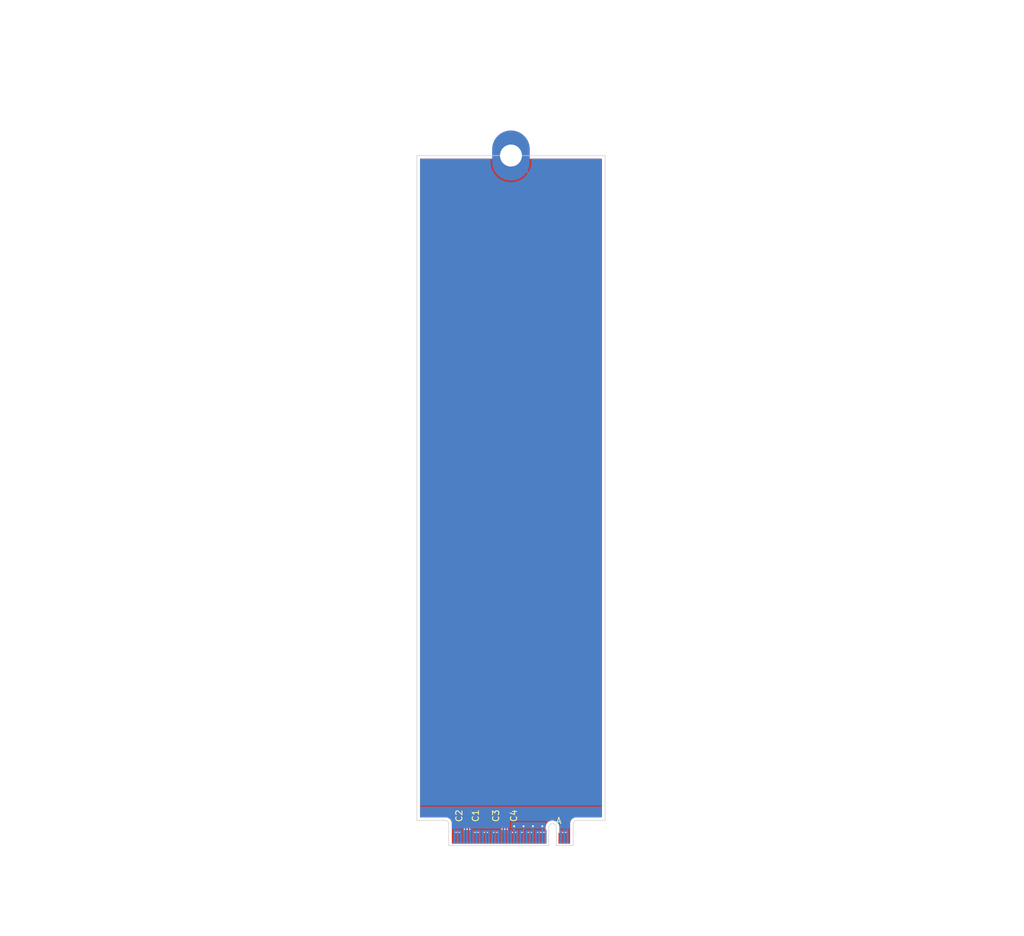
<source format=kicad_pcb>
(kicad_pcb (version 20241229) (generator "pcbnew") (generator_version "9.0")
  (layers (0 "F.Cu" signal) (2 "B.Cu" signal) (13 "F.Paste" user) (15 "B.Paste" user) (5 "F.SilkS" user "F.Silkscreen") (7 "B.SilkS" user "B.Silkscreen") (1 "F.Mask" user) (3 "B.Mask" user) (25 "Edge.Cuts" user))
  (net 0 "")
  (net 1 "GND")
  (net 2 "/M.2 A Key/PET1N")
  (net 3 "/M.2 A Key/PET1P")
  (net 4 "/M.2 A Key/PET0N")
  (net 5 "/M.2 A Key/PET0P")
  (net 6 "/PET0+")
  (net 7 "+3.3V")
  (net 8 "/USB_D+")
  (net 9 "/USB_D-")
  (net 10 "/LED#1")
  (net 11 "/LED#2")
  (net 12 "/DP_MLDIR")
  (net 13 "/DP_ML3-")
  (net 14 "/DP_AUX-")
  (net 15 "/DP_ML3+")
  (net 16 "/DP_AUX+")
  (net 17 "/DP_ML2-")
  (net 18 "/DP_ML1-")
  (net 19 "/DP_ML2+")
  (net 20 "/DP_ML1+")
  (net 21 "/DP_HPD")
  (net 22 "/DP_ML0-")
  (net 23 "/DP_ML0+")
  (net 24 "/PER0-")
  (net 25 "/PER0+")
  (net 31 "/REFCLK0+")
  (net 33 "/REFCLK0-")
  (net 34 "/SUSCLK")
  (net 35 "/PERST0#")
  (net 36 "/CLKREQ0#")
  (net 37 "/W_DISABLE2#")
  (net 38 "/PEWAKE0#")
  (net 39 "/W_DISABLE1#")
  (net 40 "/I2C_DATA")
  (net 41 "/PER1+")
  (net 42 "/I2C_CLK")
  (net 43 "/PER1-")
  (net 44 "/ALERT#")
  (net 46 "/PERST1#")
  (net 47 "/CLKREQ1#")
  (net 48 "/PEWAKE1#")
  (net 49 "/REFCLK1+")
  (net 50 "/REFCLK1-")
  (net 51 "/PET1-")
  (net 52 "/PET1+")
  (net 53 "/PET0-")
  (footprint "PCIexpress:M.2 Mounting Pad" (layer "F.Cu") (at 106.972527 49.118657)
    (property "Reference" "H1")
    (property "Value" "MountingHole_Pad")
    (pad "1" thru_hole circle (at 0 0) (size 5.5 5.5) (drill 3.5) (property pad_prop_castellated) (layers "*.Cu" "*.Mask") (net 1 "GND") (padstack (mode front_inner_back) (layer "Inner" (shape circle) (size 5.5 5.5)) (layer "B.Cu" (shape oval) (size 6 8))))
  )
  (footprint "Capacitor_SMD:C_0201_0603Metric" (layer "F.Cu") (at 99.622527 154.372657 90)
    (property "Reference" "C2" (at -0.005 -0.921 90) (layer "F.SilkS"))
    (property "Value" "220nF")
    (pad "1" smd roundrect (at -0.32 0 90) (size 0.46 0.4) (layers "F.Cu" "F.Mask") (net 2 "/M.2 A Key/PET1N"))
    (pad "2" smd roundrect (at 0.32 0 90) (size 0.46 0.4) (layers "F.Cu" "F.Mask") (net 51 "/PET1-"))
  )
  (footprint "Capacitor_SMD:C_0201_0603Metric" (layer "F.Cu") (at 106.322527 154.372657 90)
    (property "Reference" "C4" (at 0 1.109 90) (layer "F.SilkS"))
    (property "Value" "220nF")
    (pad "1" smd roundrect (at -0.32 0 90) (size 0.46 0.4) (layers "F.Cu" "F.Mask") (net 5 "/M.2 A Key/PET0P"))
    (pad "2" smd roundrect (at 0.32 0 90) (size 0.46 0.4) (layers "F.Cu" "F.Mask") (net 6 "/PET0+"))
  )
  (footprint "Capacitor_SMD:C_0201_0603Metric" (layer "F.Cu") (at 105.622527 154.372657 90)
    (property "Reference" "C3" (at 0 -1.05 90) (layer "F.SilkS"))
    (property "Value" "220nF")
    (pad "1" smd roundrect (at -0.32 0 90) (size 0.46 0.4) (layers "F.Cu" "F.Mask") (net 4 "/M.2 A Key/PET0N"))
    (pad "2" smd roundrect (at 0.32 0 90) (size 0.46 0.4) (layers "F.Cu" "F.Mask") (net 53 "/PET0-"))
  )
  (footprint "Capacitor_SMD:C_0201_0603Metric" (layer "F.Cu") (at 100.322527 154.372657 90)
    (property "Reference" "C1" (at 0.005 1.009 90) (layer "F.SilkS"))
    (property "Value" "220nF")
    (pad "1" smd roundrect (at -0.32 0 90) (size 0.46 0.4) (layers "F.Cu" "F.Mask") (net 3 "/M.2 A Key/PET1P"))
    (pad "2" smd roundrect (at 0.32 0 90) (size 0.46 0.4) (layers "F.Cu" "F.Mask") (net 52 "/PET1+"))
  )
  (footprint "PCIexpress:M.2 A Key Connector" (layer "F.Cu") (at 106.972527 158.008657)
    (property "Reference" "J1")
    (property "Value" "~")
    (fp_line (start -11 -2.89) (end -10.425 -2.89) (stroke (width 0.1)) (layer "Edge.Cuts"))
    (fp_line (start -9.925 -2.39) (end -9.925 1.11) (stroke (width 0.1)) (layer "Edge.Cuts"))
    (fp_line (start 6.025 -1.79) (end 6.025 1.11) (stroke (width 0.1)) (layer "Edge.Cuts"))
    (fp_line (start 6.025 1.11) (end -9.925 1.11) (stroke (width 0.1)) (layer "Edge.Cuts"))
    (fp_line (start 7.225 -1.79) (end 7.225 1.11) (stroke (width 0.1)) (layer "Edge.Cuts"))
    (fp_line (start 7.225 1.11) (end 9.925 1.11) (stroke (width 0.1)) (layer "Edge.Cuts"))
    (fp_line (start 9.925 -2.39) (end 9.925 1.11) (stroke (width 0.1)) (layer "Edge.Cuts"))
    (fp_line (start 10.425 -2.89) (end 11 -2.89) (stroke (width 0.1)) (layer "Edge.Cuts"))
    (fp_arc (start -10.425 -2.89) (mid -10.071447 -2.743553) (end -9.925 -2.39) (stroke (width 0.1)) (layer "Edge.Cuts"))
    (fp_arc (start 6.025 -1.79) (mid 6.625 -2.39) (end 7.225 -1.79) (stroke (width 0.1)) (layer "Edge.Cuts"))
    (fp_arc (start 9.925 -2.39) (mid 10.071447 -2.743553) (end 10.425 -2.89) (stroke (width 0.1)) (layer "Edge.Cuts"))
    (fp_text user "A" (at 7.1 -2.255 0) (layer "F.SilkS") (effects (justify left bottom)))
    (pad "1" smd rect (at 9.25 -0.04 180) (size 0.35 1.7) (layers "F.Cu") (net 1 "GND"))
    (pad "2" smd rect (at 9 -0.29 180) (size 0.35 2.2) (layers "B.Cu") (net 7 "+3.3V"))
    (pad "3" smd rect (at 8.75 -0.04 180) (size 0.35 1.7) (layers "F.Cu") (net 8 "/USB_D+"))
    (pad "4" smd rect (at 8.5 -0.29 180) (size 0.35 2.2) (layers "B.Cu") (net 7 "+3.3V"))
    (pad "5" smd rect (at 8.25 -0.04 180) (size 0.35 1.7) (layers "F.Cu") (net 9 "/USB_D-"))
    (pad "6" smd rect (at 8 -0.29 180) (size 0.35 2.2) (layers "B.Cu") (net 10 "/LED#1"))
    (pad "7" smd rect (at 7.75 -0.04 180) (size 0.35 1.7) (layers "F.Cu") (net 1 "GND"))
    (pad "16" smd rect (at 5.5 -0.29 180) (size 0.35 2.2) (layers "B.Cu") (net 11 "/LED#2"))
    (pad "17" smd rect (at 5.25 -0.04 180) (size 0.35 1.7) (layers "F.Cu") (net 12 "/DP_MLDIR"))
    (pad "18" smd rect (at 5 -0.29 180) (size 0.35 2.2) (layers "B.Cu") (net 1 "GND"))
    (pad "19" smd rect (at 4.75 -0.04 180) (size 0.35 1.7) (layers "F.Cu") (net 13 "/DP_ML3-"))
    (pad "20" smd rect (at 4.5 -0.29 180) (size 0.35 2.2) (layers "B.Cu") (net 14 "/DP_AUX-"))
    (pad "21" smd rect (at 4.25 -0.04 180) (size 0.35 1.7) (layers "F.Cu") (net 15 "/DP_ML3+"))
    (pad "22" smd rect (at 4 -0.29 180) (size 0.35 2.2) (layers "B.Cu") (net 16 "/DP_AUX+"))
    (pad "23" smd rect (at 3.75 -0.04 180) (size 0.35 1.7) (layers "F.Cu") (net 1 "GND"))
    (pad "24" smd rect (at 3.5 -0.29 180) (size 0.35 2.2) (layers "B.Cu") (net 1 "GND"))
    (pad "25" smd rect (at 3.25 -0.04 180) (size 0.35 1.7) (layers "F.Cu") (net 17 "/DP_ML2-"))
    (pad "26" smd rect (at 3 -0.29 180) (size 0.35 2.2) (layers "B.Cu") (net 18 "/DP_ML1-"))
    (pad "27" smd rect (at 2.75 -0.04 180) (size 0.35 1.7) (layers "F.Cu") (net 19 "/DP_ML2+"))
    (pad "28" smd rect (at 2.5 -0.29 180) (size 0.35 2.2) (layers "B.Cu") (net 20 "/DP_ML1+"))
    (pad "29" smd rect (at 2.25 -0.04 180) (size 0.35 1.7) (layers "F.Cu") (net 1 "GND"))
    (pad "30" smd rect (at 2 -0.29 180) (size 0.35 2.2) (layers "B.Cu") (net 1 "GND"))
    (pad "31" smd rect (at 1.75 -0.04 180) (size 0.35 1.7) (layers "F.Cu") (net 21 "/DP_HPD"))
    (pad "32" smd rect (at 1.5 -0.29 180) (size 0.35 2.2) (layers "B.Cu") (net 22 "/DP_ML0-"))
    (pad "33" smd rect (at 1.25 -0.04 180) (size 0.35 1.7) (layers "F.Cu") (net 1 "GND"))
    (pad "34" smd rect (at 1 -0.29 180) (size 0.35 2.2) (layers "B.Cu") (net 23 "/DP_ML0+"))
    (pad "35" smd rect (at 0.75 -0.04 180) (size 0.35 1.7) (layers "F.Cu") (net 24 "/PER0-"))
    (pad "36" smd rect (at 0.5 -0.29 180) (size 0.35 2.2) (layers "B.Cu") (net 1 "GND"))
    (pad "37" smd rect (at 0.25 -0.04 180) (size 0.35 1.7) (layers "F.Cu") (net 25 "/PER0+"))
    (pad "38" smd rect (at 0 -0.29 180) (size 0.35 2.2) (layers "B.Cu"))
    (pad "39" smd rect (at -0.25 -0.04 180) (size 0.35 1.7) (layers "F.Cu") (net 1 "GND"))
    (pad "40" smd rect (at -0.5 -0.29 180) (size 0.35 2.2) (layers "B.Cu"))
    (pad "41" smd rect (at -0.75 -0.04 180) (size 0.35 1.7) (layers "F.Cu") (net 5 "/M.2 A Key/PET0P"))
    (pad "42" smd rect (at -1 -0.29 180) (size 0.35 2.2) (layers "B.Cu"))
    (pad "43" smd rect (at -1.25 -0.04 180) (size 0.35 1.7) (layers "F.Cu") (net 4 "/M.2 A Key/PET0N"))
    (pad "44" smd rect (at -1.5 -0.29 180) (size 0.35 2.2) (layers "B.Cu"))
    (pad "45" smd rect (at -1.75 -0.04 180) (size 0.35 1.7) (layers "F.Cu") (net 1 "GND"))
    (pad "46" smd rect (at -2 -0.29 180) (size 0.35 2.2) (layers "B.Cu"))
    (pad "47" smd rect (at -2.25 -0.04 180) (size 0.35 1.7) (layers "F.Cu") (net 31 "/REFCLK0+"))
    (pad "48" smd rect (at -2.5 -0.29 180) (size 0.35 2.2) (layers "B.Cu"))
    (pad "49" smd rect (at -2.75 -0.04 180) (size 0.35 1.7) (layers "F.Cu") (net 33 "/REFCLK0-"))
    (pad "50" smd rect (at -3 -0.29 180) (size 0.35 2.2) (layers "B.Cu") (net 34 "/SUSCLK"))
    (pad "51" smd rect (at -3.25 -0.04 180) (size 0.35 1.7) (layers "F.Cu") (net 1 "GND"))
    (pad "52" smd rect (at -3.5 -0.29 180) (size 0.35 2.2) (layers "B.Cu") (net 35 "/PERST0#"))
    (pad "53" smd rect (at -3.75 -0.04 180) (size 0.35 1.7) (layers "F.Cu") (net 36 "/CLKREQ0#"))
    (pad "54" smd rect (at -4 -0.29 180) (size 0.35 2.2) (layers "B.Cu") (net 37 "/W_DISABLE2#"))
    (pad "55" smd rect (at -4.25 -0.04 180) (size 0.35 1.7) (layers "F.Cu") (net 38 "/PEWAKE0#"))
    (pad "56" smd rect (at -4.5 -0.29 180) (size 0.35 2.2) (layers "B.Cu") (net 39 "/W_DISABLE1#"))
    (pad "57" smd rect (at -4.75 -0.04 180) (size 0.35 1.7) (layers "F.Cu") (net 1 "GND"))
    (pad "58" smd rect (at -5 -0.29 180) (size 0.35 2.2) (layers "B.Cu") (net 40 "/I2C_DATA"))
    (pad "59" smd rect (at -5.25 -0.04 180) (size 0.35 1.7) (layers "F.Cu") (net 41 "/PER1+"))
    (pad "60" smd rect (at -5.5 -0.29 180) (size 0.35 2.2) (layers "B.Cu") (net 42 "/I2C_CLK"))
    (pad "61" smd rect (at -5.75 -0.04 180) (size 0.35 1.7) (layers "F.Cu") (net 43 "/PER1-"))
    (pad "62" smd rect (at -6 -0.29 180) (size 0.35 2.2) (layers "B.Cu") (net 44 "/ALERT#"))
    (pad "63" smd rect (at -6.25 -0.04 180) (size 0.35 1.7) (layers "F.Cu") (net 1 "GND"))
    (pad "64" smd rect (at -6.5 -0.29 180) (size 0.35 2.2) (layers "B.Cu"))
    (pad "65" smd rect (at -6.75 -0.04 180) (size 0.35 1.7) (layers "F.Cu") (net 3 "/M.2 A Key/PET1P"))
    (pad "66" smd rect (at -7 -0.29 180) (size 0.35 2.2) (layers "B.Cu") (net 46 "/PERST1#"))
    (pad "67" smd rect (at -7.25 -0.04 180) (size 0.35 1.7) (layers "F.Cu") (net 2 "/M.2 A Key/PET1N"))
    (pad "68" smd rect (at -7.5 -0.29 180) (size 0.35 2.2) (layers "B.Cu") (net 47 "/CLKREQ1#"))
    (pad "69" smd rect (at -7.75 -0.04 180) (size 0.35 1.7) (layers "F.Cu") (net 1 "GND"))
    (pad "70" smd rect (at -8 -0.29 180) (size 0.35 2.2) (layers "B.Cu") (net 48 "/PEWAKE1#"))
    (pad "71" smd rect (at -8.25 -0.04 180) (size 0.35 1.7) (layers "F.Cu") (net 49 "/REFCLK1+"))
    (pad "72" smd rect (at -8.5 -0.29 180) (size 0.35 2.2) (layers "B.Cu") (net 7 "+3.3V"))
    (pad "73" smd rect (at -8.75 -0.04 180) (size 0.35 1.7) (layers "F.Cu") (net 50 "/REFCLK1-"))
    (pad "74" smd rect (at -9 -0.29 180) (size 0.35 2.2) (layers "B.Cu") (net 7 "+3.3V"))
    (pad "75" smd rect (at -9.25 -0.04 180) (size 0.35 1.7) (layers "F.Cu") (net 1 "GND"))
  )
  (gr_line (start 117.972527 155.118657) (end 121.972527 155.118657) (stroke (width 0.1)) (layer "Edge.Cuts"))
  (gr_line (start 95.972527 155.118657) (end 91.972527 155.118657) (stroke (width 0.1)) (layer "Edge.Cuts"))
  (gr_line (start 121.972527 49.118657) (end 91.972527 49.118657) (stroke (width 0.1)) (layer "Edge.Cuts"))
  (gr_line (start 121.972527 155.118657) (end 121.972527 49.118657) (stroke (width 0.1)) (layer "Edge.Cuts"))
  (gr_line (start 91.972527 49.118657) (end 91.972527 155.118657) (stroke (width 0.1)) (layer "Edge.Cuts"))
  (via (at 110.472527 156.037657) (size 0.6) (drill 0.3) (layers "F.Cu" "B.Cu") (net 1))
  (via (at 107.472527 156.037657) (size 0.6) (drill 0.3) (layers "F.Cu" "B.Cu") (net 1))
  (via (at 108.972527 156.037657) (size 0.6) (drill 0.3) (layers "F.Cu" "B.Cu") (net 1))
  (via (at 111.972527 156.037657) (size 0.6) (drill 0.3) (layers "F.Cu" "B.Cu") (net 1))
  (segment (start 99.622527 155.037658) (end 99.622527 154.692657) (width 0.2) (layer "F.Cu") (net 2))
  (segment (start 99.722527 157.968657) (end 99.722527 156.693656) (width 0.2) (layer "F.Cu") (net 2))
  (segment (start 99.747527 156.668656) (end 99.747527 155.162658) (width 0.2) (layer "F.Cu") (net 2))
  (segment (start 99.722527 156.693656) (end 99.747527 156.668656) (width 0.2) (layer "F.Cu") (net 2))
  (segment (start 99.747527 155.162658) (end 99.622527 155.037658) (width 0.2) (layer "F.Cu") (net 2))
  (segment (start 100.322527 155.037658) (end 100.322527 154.692657) (width 0.2) (layer "F.Cu") (net 3))
  (segment (start 100.197527 155.162658) (end 100.322527 155.037658) (width 0.2) (layer "F.Cu") (net 3))
  (segment (start 100.222527 157.968657) (end 100.222527 156.693656) (width 0.2) (layer "F.Cu") (net 3))
  (segment (start 100.197527 156.668656) (end 100.197527 155.162658) (width 0.2) (layer "F.Cu") (net 3))
  (segment (start 100.222527 156.693656) (end 100.197527 156.668656) (width 0.2) (layer "F.Cu") (net 3))
  (segment (start 105.747527 155.162658) (end 105.622527 155.037658) (width 0.2) (layer "F.Cu") (net 4))
  (segment (start 105.722527 157.968657) (end 105.722527 156.693656) (width 0.2) (layer "F.Cu") (net 4))
  (segment (start 105.747527 156.668656) (end 105.747527 155.162658) (width 0.2) (layer "F.Cu") (net 4))
  (segment (start 105.622527 155.037658) (end 105.622527 154.692657) (width 0.2) (layer "F.Cu") (net 4))
  (segment (start 105.722527 156.693656) (end 105.747527 156.668656) (width 0.2) (layer "F.Cu") (net 4))
  (segment (start 106.222527 156.693656) (end 106.197527 156.668656) (width 0.2) (layer "F.Cu") (net 5))
  (segment (start 106.197527 156.668656) (end 106.197527 155.162658) (width 0.2) (layer "F.Cu") (net 5))
  (segment (start 106.197527 155.162658) (end 106.322527 155.037658) (width 0.2) (layer "F.Cu") (net 5))
  (segment (start 106.222527 157.968657) (end 106.222527 156.693656) (width 0.2) (layer "F.Cu") (net 5))
  (segment (start 106.322527 155.037658) (end 106.322527 154.692657) (width 0.2) (layer "F.Cu") (net 5))
  (zone (net 1) (net_name "GND") (layers "F.Cu" "B.Cu") (connect_pads (clearance 0.2)) (min_thickness 0.15) (fill yes (thermal_gap 0.25) (thermal_bridge_width 0.35))
    (polygon (pts (xy 91.963877 49.117657) (xy 121.969139 49.117657) (xy 121.973299 157.308657) (xy 91.968037 157.308657)))
  )
  (zone (net 7) (net_name "+3.3V") (layer "B.Cu") (priority 1) (connect_pads (clearance 0.2)) (min_thickness 0.1) (fill yes (thermal_gap 0.2) (thermal_bridge_width 0.25))
    (polygon (pts (xy 122.011168 157.552657) (xy 122.009752 152.922657) (xy 91.991527 152.922657) (xy 91.991527 157.552657)))
  )
  (zone (net 1) (net_name "GND") (layer "B.Cu") (priority 2) (connect_pads (clearance 0.2)) (min_thickness 0.15) (fill yes (thermal_gap 0.25) (thermal_bridge_width 0.35))
    (polygon (pts (xy 106.981527 156.422657) (xy 106.981527 155.397657) (xy 112.536527 155.397657) (xy 112.536527 156.422657)))
  )
)
</source>
